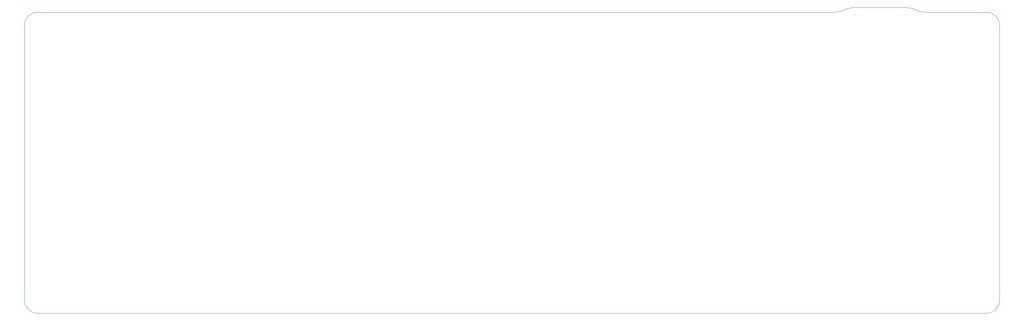
<source format=gm1>
%TF.GenerationSoftware,KiCad,Pcbnew,7.0.8*%
%TF.CreationDate,2023-10-22T18:59:45+02:00*%
%TF.ProjectId,Monorail_Steam_Reduced,4d6f6e6f-7261-4696-9c5f-537465616d5f,rev?*%
%TF.SameCoordinates,Original*%
%TF.FileFunction,Profile,NP*%
%FSLAX46Y46*%
G04 Gerber Fmt 4.6, Leading zero omitted, Abs format (unit mm)*
G04 Created by KiCad (PCBNEW 7.0.8) date 2023-10-22 18:59:45*
%MOMM*%
%LPD*%
G01*
G04 APERTURE LIST*
%TA.AperFunction,Profile*%
%ADD10C,0.050000*%
%TD*%
G04 APERTURE END LIST*
D10*
X237331250Y-63500000D02*
X236140625Y-63500000D01*
X147637500Y-64690625D02*
X140096875Y-64690625D01*
X32496125Y-64690650D02*
G75*
G03*
X29368750Y-67818000I-25J-3127350D01*
G01*
X140096875Y-64690625D02*
X123031250Y-64690625D01*
X150018750Y-64690625D02*
X147637500Y-64690625D01*
X75406250Y-64690625D02*
X69850000Y-64690625D01*
X252015618Y-64293768D02*
G75*
G03*
X254000000Y-64690625I1984382J4762768D01*
G01*
X29368750Y-67818000D02*
X29368750Y-136525000D01*
X230981250Y-64690630D02*
G75*
G03*
X234156250Y-63896874I50J6746630D01*
G01*
X230981250Y-64690625D02*
X150018750Y-64690625D01*
X123031250Y-64690625D02*
X117475000Y-64690625D01*
X75406250Y-64690625D02*
X93265625Y-64690625D01*
X269081250Y-139700050D02*
G75*
G03*
X272256250Y-136525000I-50J3175050D01*
G01*
X98821875Y-64690625D02*
X93265625Y-64690625D01*
X272256275Y-67818000D02*
G75*
G03*
X269128875Y-64690625I-3127375J0D01*
G01*
X237331250Y-63500000D02*
X247650000Y-63500000D01*
X236140625Y-63499997D02*
G75*
G03*
X234156250Y-63896876I75J-5159703D01*
G01*
X69850000Y-64690625D02*
X51990625Y-64690625D01*
X247650000Y-63500000D02*
X248840625Y-63500000D01*
X32496125Y-64690625D02*
X51990625Y-64690625D01*
X254000000Y-64690625D02*
X269128875Y-64690625D01*
X252015621Y-64293758D02*
G75*
G03*
X248840625Y-63500000I-3174921J-5952742D01*
G01*
X117475000Y-64690625D02*
X98821875Y-64690625D01*
X29368750Y-136525000D02*
G75*
G03*
X32543750Y-139700000I3175000J0D01*
G01*
X269081250Y-139700000D02*
X32543750Y-139700000D01*
X272256250Y-67818000D02*
X272256250Y-136525000D01*
M02*

</source>
